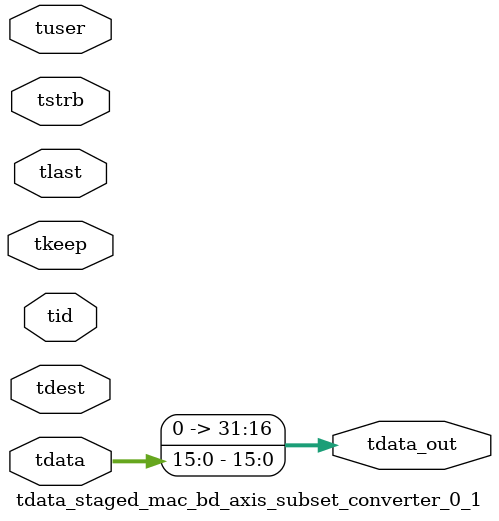
<source format=v>


`timescale 1ps/1ps

module tdata_staged_mac_bd_axis_subset_converter_0_1 #
(
parameter C_S_AXIS_TDATA_WIDTH = 32,
parameter C_S_AXIS_TUSER_WIDTH = 0,
parameter C_S_AXIS_TID_WIDTH   = 0,
parameter C_S_AXIS_TDEST_WIDTH = 0,
parameter C_M_AXIS_TDATA_WIDTH = 32
)
(
input  [(C_S_AXIS_TDATA_WIDTH == 0 ? 1 : C_S_AXIS_TDATA_WIDTH)-1:0     ] tdata,
input  [(C_S_AXIS_TUSER_WIDTH == 0 ? 1 : C_S_AXIS_TUSER_WIDTH)-1:0     ] tuser,
input  [(C_S_AXIS_TID_WIDTH   == 0 ? 1 : C_S_AXIS_TID_WIDTH)-1:0       ] tid,
input  [(C_S_AXIS_TDEST_WIDTH == 0 ? 1 : C_S_AXIS_TDEST_WIDTH)-1:0     ] tdest,
input  [(C_S_AXIS_TDATA_WIDTH/8)-1:0 ] tkeep,
input  [(C_S_AXIS_TDATA_WIDTH/8)-1:0 ] tstrb,
input                                                                    tlast,
output [C_M_AXIS_TDATA_WIDTH-1:0] tdata_out
);

assign tdata_out = {tdata[15:0]};

endmodule


</source>
